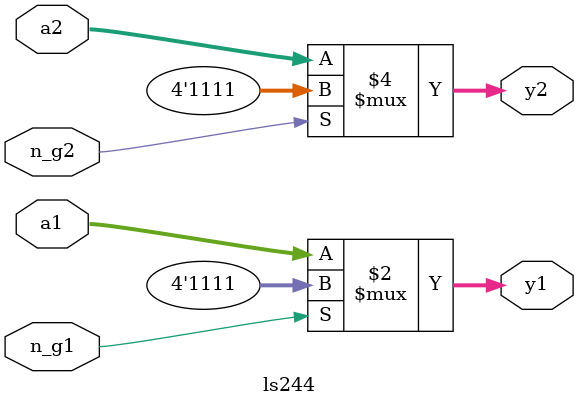
<source format=sv>

/*       _____________
       _|             |_
n_g1  |_|1          20|_| VCC
       _|             |_                     
a1(0) |_|2          19|_| n_g2
       _|             |_
y2(3) |_|3          18|_| y1(0)
       _|             |_
a1(1) |_|4          17|_| a2(3)
       _|             |_
y2(2) |_|5          16|_| y1(1)
       _|             |_
a1(2) |_|6          15|_| a2(2)
       _|             |_
y2(1) |_|7          14|_| y1(2)
       _|             |_
a1(3) |_|8          13|_| a2(1)
       _|             |_
y2(0) |_|9          12|_| y1(3)
       _|             |_
GND   |_|10         11|_| a2(0)
        |_____________|
*/

module ls244
(
	input        n_g1, n_g2,
	input  [3:0] a1,
	input  [3:0] a2,
	output [3:0] y1,
	output [3:0] y2
);

assign y1 = !n_g1 ? a1 : 4'hF; //Should be Z when n_g1 is high
assign y2 = !n_g2 ? a2 : 4'hF; //Should be Z when n_g2 is high
		
endmodule

</source>
